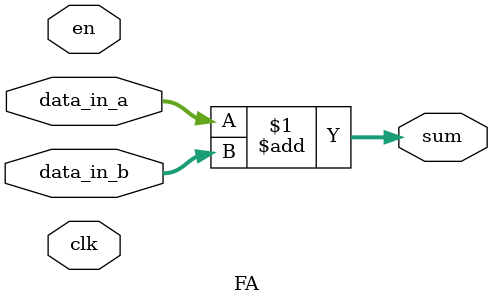
<source format=v>
module FA #(
    parameter WIDTH = 16
)(
    input clk,
    input en,
    input wire [WIDTH-1:0] data_in_a,
    input wire [WIDTH-1:0] data_in_b,
    output [WIDTH:0] sum
);
/*
//add at one clock
always @(posedge clk) begin
    if (en)
        sum <= data_in_a + data_in_b;
end
endmodule
*/
//add at one clock
assign sum = data_in_a + data_in_b;

endmodule

</source>
